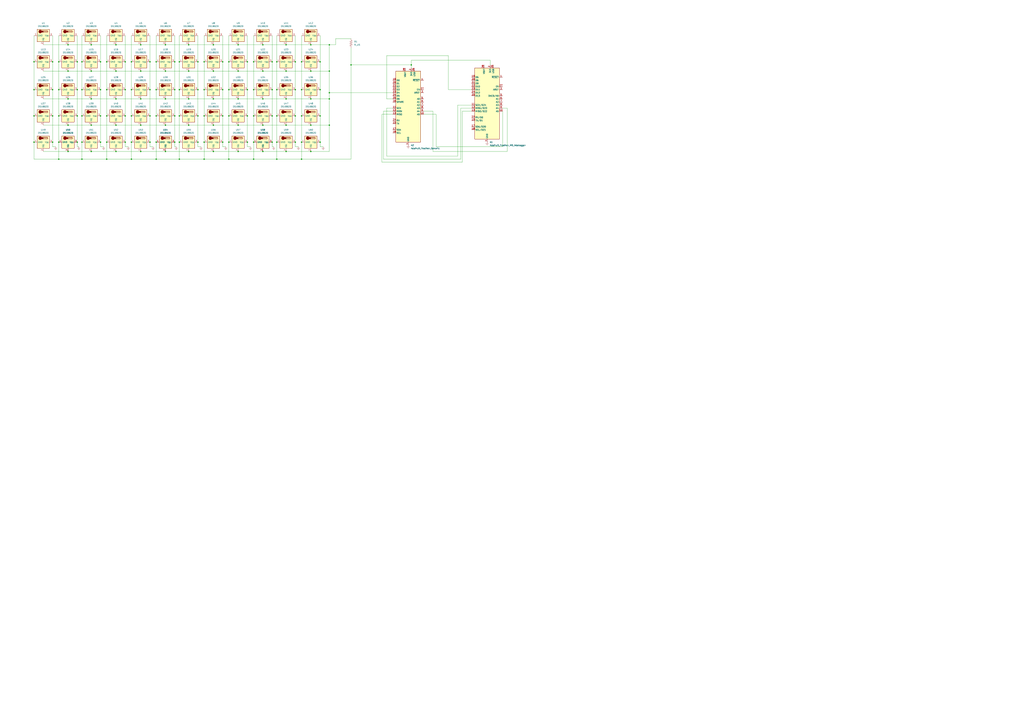
<source format=kicad_sch>
(kicad_sch (version 20230121) (generator eeschema)
  (paper "A1")
  (lib_symbols
    (symbol "Device:R_US" (pin_numbers hide) (pin_names (offset 0))
      (property "Reference" "R" (at 2.54 0 90))
      (property "Value" "R_US" (at -2.54 0 90))
      (symbol "R_US_0_1"
        (polyline (pts (xy 0 -2.286) (xy 0 -2.54)))
        (polyline (pts (xy 0 2.286) (xy 0 2.54)))
        (polyline (pts (xy 0 -0.762) (xy 1.016 -1.143) (xy 0 -1.524) (xy -1.016 -1.905) (xy 0 -2.286)))
        (polyline (pts (xy 0 0.762) (xy 1.016 0.381) (xy 0 0) (xy -1.016 -0.381) (xy 0 -0.762)))
        (polyline (pts (xy 0 2.286) (xy 1.016 1.905) (xy 0 1.524) (xy -1.016 1.143) (xy 0 0.762)))
      )
      (symbol "R_US_1_1"
        (pin passive line (at 0 3.81 270) (length 1.27) (name "~") (number "1"))
        (pin passive line (at 0 -3.81 90) (length 1.27) (name "~") (number "2"))
      )
    )
    (symbol "MCU_Module:Adafruit_Feather_Generic"
      (property "Reference" "A" (at -10.16 29.21 0))
      (property "Value" "Adafruit_Feather_Generic" (at 2.54 -31.75 0))
      (symbol "Adafruit_Feather_Generic_0_1"
        (rectangle (start -10.16 27.94) (end 10.16 -30.48) (stroke (width 0.254)) (fill (type background)))
      )
      (symbol "Adafruit_Feather_Generic_1_1"
        (pin input line (at 12.7 20.32 180) (length 2.54) (name "~{RESET}") (number "1"))
        (pin bidirectional line (at 12.7 -7.62 180) (length 2.54) (name "A5") (number "10"))
        (pin bidirectional line (at -12.7 -2.54 0) (length 2.54) (name "SCK") (number "11"))
        (pin bidirectional line (at -12.7 -5.08 0) (length 2.54) (name "MOSI") (number "12"))
        (pin bidirectional line (at -12.7 -7.62 0) (length 2.54) (name "MISO") (number "13"))
        (pin bidirectional line (at -12.7 -12.7 0) (length 2.54) (name "RX") (number "14"))
        (pin bidirectional line (at -12.7 -15.24 0) (length 2.54) (name "TX") (number "15"))
        (pin bidirectional line (at -12.7 2.54 0) (length 2.54) (name "SPARE") (number "16"))
        (pin bidirectional line (at -12.7 -20.32 0) (length 2.54) (name "SDA") (number "17"))
        (pin bidirectional line (at -12.7 -22.86 0) (length 2.54) (name "SCL") (number "18"))
        (pin bidirectional line (at -12.7 20.32 0) (length 2.54) (name "D0") (number "19"))
        (pin power_in line (at 2.54 30.48 270) (length 2.54) (name "3V3") (number "2"))
        (pin bidirectional line (at -12.7 17.78 0) (length 2.54) (name "D1") (number "20"))
        (pin bidirectional line (at -12.7 15.24 0) (length 2.54) (name "D2") (number "21"))
        (pin bidirectional line (at -12.7 12.7 0) (length 2.54) (name "D3") (number "22"))
        (pin bidirectional line (at -12.7 10.16 0) (length 2.54) (name "D4") (number "23"))
        (pin bidirectional line (at -12.7 7.62 0) (length 2.54) (name "D5") (number "24"))
        (pin bidirectional line (at -12.7 5.08 0) (length 2.54) (name "D6") (number "25"))
        (pin power_in line (at 5.08 30.48 270) (length 2.54) (name "USB") (number "26"))
        (pin input line (at 12.7 12.7 180) (length 2.54) (name "EN") (number "27"))
        (pin power_in line (at -2.54 30.48 270) (length 2.54) (name "VBAT") (number "28"))
        (pin input line (at 12.7 10.16 180) (length 2.54) (name "AREF") (number "3"))
        (pin power_in line (at 0 -33.02 90) (length 2.54) (name "GND") (number "4"))
        (pin bidirectional line (at 12.7 5.08 180) (length 2.54) (name "A0") (number "5"))
        (pin bidirectional line (at 12.7 2.54 180) (length 2.54) (name "A1") (number "6"))
        (pin bidirectional line (at 12.7 0 180) (length 2.54) (name "A2") (number "7"))
        (pin bidirectional line (at 12.7 -2.54 180) (length 2.54) (name "A3") (number "8"))
        (pin bidirectional line (at 12.7 -5.08 180) (length 2.54) (name "A4") (number "9"))
      )
    )
    (symbol "MCU_Module:Adafruit_Feather_M0_Adalogger"
      (property "Reference" "A" (at -10.16 29.21 0))
      (property "Value" "Adafruit_Feather_M0_Adalogger" (at 2.54 -31.75 0))
      (symbol "Adafruit_Feather_M0_Adalogger_0_1"
        (rectangle (start -10.16 27.94) (end 10.16 -30.48) (stroke (width 0.254)) (fill (type background)))
      )
      (symbol "Adafruit_Feather_M0_Adalogger_1_1"
        (pin input line (at 12.7 20.32 180) (length 2.54) (name "~{RESET}") (number "1"))
        (pin bidirectional line (at 12.7 -7.62 180) (length 2.54) (name "A5") (number "10"))
        (pin bidirectional line (at -12.7 -2.54 0) (length 2.54) (name "SCK/D24") (number "11"))
        (pin bidirectional line (at -12.7 -5.08 0) (length 2.54) (name "MOSI/D23") (number "12"))
        (pin bidirectional line (at -12.7 -7.62 0) (length 2.54) (name "MISO/D22") (number "13"))
        (pin bidirectional line (at -12.7 -12.7 0) (length 2.54) (name "RX/D0") (number "14"))
        (pin bidirectional line (at -12.7 -15.24 0) (length 2.54) (name "TX/D1") (number "15"))
        (pin passive line (at 0 -33.02 90) (length 2.54) hide (name "GND") (number "16"))
        (pin bidirectional line (at -12.7 -20.32 0) (length 2.54) (name "SDA/D20") (number "17"))
        (pin bidirectional line (at -12.7 -22.86 0) (length 2.54) (name "SCL/D21") (number "18"))
        (pin bidirectional line (at -12.7 20.32 0) (length 2.54) (name "D5") (number "19"))
        (pin power_in line (at 2.54 30.48 270) (length 2.54) (name "3V3") (number "2"))
        (pin bidirectional line (at -12.7 17.78 0) (length 2.54) (name "D6") (number "20"))
        (pin bidirectional line (at -12.7 15.24 0) (length 2.54) (name "D9") (number "21"))
        (pin bidirectional line (at -12.7 12.7 0) (length 2.54) (name "D10") (number "22"))
        (pin bidirectional line (at -12.7 10.16 0) (length 2.54) (name "D11") (number "23"))
        (pin bidirectional line (at -12.7 7.62 0) (length 2.54) (name "D12") (number "24"))
        (pin bidirectional line (at -12.7 5.08 0) (length 2.54) (name "D13") (number "25"))
        (pin power_in line (at 5.08 30.48 270) (length 2.54) (name "USB") (number "26"))
        (pin input line (at 12.7 12.7 180) (length 2.54) (name "EN") (number "27"))
        (pin power_in line (at -2.54 30.48 270) (length 2.54) (name "VBAT") (number "28"))
        (pin input line (at 12.7 10.16 180) (length 2.54) (name "AREF") (number "3"))
        (pin power_in line (at 0 -33.02 90) (length 2.54) (name "GND") (number "4"))
        (pin bidirectional line (at 12.7 5.08 180) (length 2.54) (name "DAC0/A0") (number "5"))
        (pin bidirectional line (at 12.7 2.54 180) (length 2.54) (name "A1") (number "6"))
        (pin bidirectional line (at 12.7 0 180) (length 2.54) (name "A2") (number "7"))
        (pin bidirectional line (at 12.7 -2.54 180) (length 2.54) (name "A3") (number "8"))
        (pin bidirectional line (at 12.7 -5.08 180) (length 2.54) (name "A4") (number "9"))
      )
    )
    (symbol "Sensor_Temperature:DS18B20"
      (property "Reference" "U" (at -3.81 6.35 0))
      (property "Value" "DS18B20" (at 6.35 6.35 0))
      (symbol "DS18B20_0_1"
        (rectangle (start -5.08 5.08) (end 5.08 -5.08) (stroke (width 0.254)) (fill (type background)))
        (circle (center -3.302 -2.54) (radius 1.27) (stroke (width 0.254)) (fill (type outline)))
        (rectangle (start -2.667 -1.905) (end -3.937 0) (stroke (width 0.254)) (fill (type outline)))
        (arc (start -2.667 3.175) (mid -3.302 3.8073) (end -3.937 3.175) (stroke (width 0.254)))
        (polyline (pts (xy -3.937 0.635) (xy -3.302 0.635)) (stroke (width 0.254)))
        (polyline (pts (xy -3.937 1.27) (xy -3.302 1.27)) (stroke (width 0.254)))
        (polyline (pts (xy -3.937 1.905) (xy -3.302 1.905)) (stroke (width 0.254)))
        (polyline (pts (xy -3.937 2.54) (xy -3.302 2.54)) (stroke (width 0.254)))
        (polyline (pts (xy -3.937 3.175) (xy -3.937 0)) (stroke (width 0.254)))
        (polyline (pts (xy -3.937 3.175) (xy -3.302 3.175)) (stroke (width 0.254)))
        (polyline (pts (xy -2.667 3.175) (xy -2.667 0)) (stroke (width 0.254)))
      )
      (symbol "DS18B20_1_1"
        (pin power_in line (at 0 -7.62 90) (length 2.54) (name "GND") (number "1"))
        (pin bidirectional line (at 7.62 0 180) (length 2.54) (name "DQ") (number "2"))
        (pin power_in line (at 0 7.62 270) (length 2.54) (name "V_{DD}") (number "3"))
      )
    )
    (symbol "power:Earth" (power) (pin_names (offset 0))
      (symbol "Earth_0_1"
        (polyline (pts (xy -0.635 -1.905) (xy 0.635 -1.905)))
        (polyline (pts (xy -0.127 -2.54) (xy 0.127 -2.54)))
        (polyline (pts (xy 0 -1.27) (xy 0 0)))
        (polyline (pts (xy 1.27 -1.27) (xy -1.27 -1.27)))
      )
      (symbol "Earth_1_1"
        (pin power_in line (at 0 0 270) (length 0) hide (name "Earth") (number "1"))
      )
    )
  )
  (junction (at 154.94 81.28))
  (junction (at 128.27 73.66))
  (junction (at 143.51 95.25))
  (junction (at 227.33 73.66))
  (junction (at 242.57 95.25))
  (junction (at 234.95 58.42))
  (junction (at 95.25 81.28))
  (junction (at 234.95 81.28))
  (junction (at 115.57 81.28))
  (junction (at 67.31 73.66))
  (junction (at 95.25 102.87))
  (junction (at 195.58 58.42))
  (junction (at 55.88 124.46))
  (junction (at 270.51 76.2))
  (junction (at 187.96 95.25))
  (junction (at 227.33 95.25))
  (junction (at 262.89 73.66))
  (junction (at 175.26 81.28))
  (junction (at 247.65 50.8))
  (junction (at 175.26 36.83))
  (junction (at 215.9 102.87))
  (junction (at 147.32 73.66))
  (junction (at 187.96 116.84))
  (junction (at 55.88 81.28))
  (junction (at 337.82 53.34))
  (junction (at 227.33 50.8))
  (junction (at 27.94 50.8))
  (junction (at 187.96 130.81))
  (junction (at 135.89 81.28))
  (junction (at 63.5 116.84))
  (junction (at 147.32 130.81))
  (junction (at 87.63 95.25))
  (junction (at 223.52 95.25))
  (junction (at 208.28 95.25))
  (junction (at 262.89 95.25))
  (junction (at 67.31 95.25))
  (junction (at 107.95 73.66))
  (junction (at 147.32 50.8))
  (junction (at 123.19 73.66))
  (junction (at 63.5 73.66))
  (junction (at 223.52 116.84))
  (junction (at 87.63 73.66))
  (junction (at 74.93 81.28))
  (junction (at 255.27 58.42))
  (junction (at 48.26 73.66))
  (junction (at 255.27 124.46))
  (junction (at 154.94 58.42))
  (junction (at 55.88 58.42))
  (junction (at 135.89 102.87))
  (junction (at 48.26 130.81))
  (junction (at 123.19 50.8))
  (junction (at 208.28 50.8))
  (junction (at 255.27 81.28))
  (junction (at 74.93 102.87))
  (junction (at 195.58 81.28))
  (junction (at 74.93 58.42))
  (junction (at 147.32 116.84))
  (junction (at 203.2 50.8))
  (junction (at 255.27 102.87))
  (junction (at 203.2 73.66))
  (junction (at 107.95 95.25))
  (junction (at 288.29 53.34))
  (junction (at 242.57 116.84))
  (junction (at 128.27 50.8))
  (junction (at 162.56 116.84))
  (junction (at 234.95 124.46))
  (junction (at 195.58 36.83))
  (junction (at 247.65 130.81))
  (junction (at 187.96 73.66))
  (junction (at 67.31 50.8))
  (junction (at 175.26 102.87))
  (junction (at 63.5 95.25))
  (junction (at 227.33 116.84))
  (junction (at 48.26 95.25))
  (junction (at 215.9 124.46))
  (junction (at 154.94 102.87))
  (junction (at 82.55 50.8))
  (junction (at 87.63 116.84))
  (junction (at 167.64 50.8))
  (junction (at 167.64 116.84))
  (junction (at 242.57 50.8))
  (junction (at 102.87 73.66))
  (junction (at 115.57 102.87))
  (junction (at 208.28 116.84))
  (junction (at 128.27 95.25))
  (junction (at 87.63 130.81))
  (junction (at 135.89 124.46))
  (junction (at 102.87 50.8))
  (junction (at 215.9 81.28))
  (junction (at 175.26 58.42))
  (junction (at 162.56 73.66))
  (junction (at 48.26 50.8))
  (junction (at 143.51 116.84))
  (junction (at 154.94 36.83))
  (junction (at 255.27 36.83))
  (junction (at 234.95 102.87))
  (junction (at 128.27 130.81))
  (junction (at 43.18 73.66))
  (junction (at 208.28 130.81))
  (junction (at 262.89 50.8))
  (junction (at 270.51 81.28))
  (junction (at 95.25 36.83))
  (junction (at 247.65 73.66))
  (junction (at 27.94 116.84))
  (junction (at 167.64 130.81))
  (junction (at 123.19 95.25))
  (junction (at 135.89 36.83))
  (junction (at 82.55 73.66))
  (junction (at 43.18 116.84))
  (junction (at 102.87 116.84))
  (junction (at 215.9 36.83))
  (junction (at 147.32 95.25))
  (junction (at 182.88 95.25))
  (junction (at 123.19 116.84))
  (junction (at 247.65 95.25))
  (junction (at 82.55 116.84))
  (junction (at 182.88 73.66))
  (junction (at 223.52 73.66))
  (junction (at 242.57 73.66))
  (junction (at 115.57 58.42))
  (junction (at 167.64 73.66))
  (junction (at 143.51 50.8))
  (junction (at 102.87 95.25))
  (junction (at 167.64 95.25))
  (junction (at 95.25 124.46))
  (junction (at 115.57 36.83))
  (junction (at 107.95 116.84))
  (junction (at 234.95 36.83))
  (junction (at 270.51 58.42))
  (junction (at 43.18 50.8))
  (junction (at 208.28 73.66))
  (junction (at 223.52 50.8))
  (junction (at 187.96 50.8))
  (junction (at 182.88 50.8))
  (junction (at 87.63 50.8))
  (junction (at 82.55 95.25))
  (junction (at 95.25 58.42))
  (junction (at 270.51 36.83))
  (junction (at 107.95 50.8))
  (junction (at 270.51 102.87))
  (junction (at 74.93 124.46))
  (junction (at 154.94 124.46))
  (junction (at 175.26 124.46))
  (junction (at 48.26 116.84))
  (junction (at 162.56 95.25))
  (junction (at 143.51 73.66))
  (junction (at 182.88 116.84))
  (junction (at 203.2 95.25))
  (junction (at 215.9 58.42))
  (junction (at 162.56 50.8))
  (junction (at 247.65 116.84))
  (junction (at 227.33 130.81))
  (junction (at 27.94 73.66))
  (junction (at 115.57 124.46))
  (junction (at 27.94 95.25))
  (junction (at 55.88 36.83))
  (junction (at 67.31 116.84))
  (junction (at 262.89 116.84))
  (junction (at 74.93 36.83))
  (junction (at 135.89 58.42))
  (junction (at 55.88 102.87))
  (junction (at 107.95 130.81))
  (junction (at 195.58 124.46))
  (junction (at 63.5 50.8))
  (junction (at 128.27 116.84))
  (junction (at 195.58 102.87))
  (junction (at 43.18 95.25))
  (junction (at 67.31 130.81))
  (junction (at 203.2 116.84))
  (wire (pts (xy 337.82 49.53) (xy 402.59 49.53)))
  (wire (pts (xy 270.51 124.46) (xy 270.51 102.87)))
  (wire (pts (xy 255.27 124.46) (xy 270.51 124.46)))
  (wire (pts (xy 154.94 102.87) (xy 175.26 102.87)))
  (wire (pts (xy 82.55 116.84) (xy 82.55 120.65)))
  (wire (pts (xy 107.95 116.84) (xy 107.95 130.81)))
  (wire (pts (xy 128.27 29.21) (xy 128.27 50.8)))
  (wire (pts (xy 27.94 116.84) (xy 27.94 130.81)))
  (wire (pts (xy 143.51 116.84) (xy 143.51 120.65)))
  (wire (pts (xy 74.93 102.87) (xy 95.25 102.87)))
  (wire (pts (xy 107.95 130.81) (xy 87.63 130.81)))
  (wire (pts (xy 82.55 50.8) (xy 82.55 73.66)))
  (wire (pts (xy 195.58 124.46) (xy 215.9 124.46)))
  (wire (pts (xy 262.89 116.84) (xy 262.89 95.25)))
  (wire (pts (xy 195.58 81.28) (xy 215.9 81.28)))
  (wire (pts (xy 115.57 81.28) (xy 135.89 81.28)))
  (wire (pts (xy 87.63 95.25) (xy 87.63 116.84)))
  (wire (pts (xy 135.89 81.28) (xy 154.94 81.28)))
  (wire (pts (xy 147.32 116.84) (xy 147.32 130.81)))
  (wire (pts (xy 247.65 29.21) (xy 247.65 50.8)))
  (wire (pts (xy 368.3 45.72) (xy 317.5 45.72)))
  (wire (pts (xy 95.25 102.87) (xy 115.57 102.87)))
  (wire (pts (xy 288.29 53.34) (xy 288.29 130.81)))
  (wire (pts (xy 195.58 58.42) (xy 215.9 58.42)))
  (wire (pts (xy 208.28 50.8) (xy 208.28 73.66)))
  (wire (pts (xy 175.26 81.28) (xy 195.58 81.28)))
  (wire (pts (xy 43.18 95.25) (xy 43.18 116.84)))
  (wire (pts (xy 242.57 29.21) (xy 242.57 50.8)))
  (wire (pts (xy 123.19 50.8) (xy 123.19 73.66)))
  (wire (pts (xy 234.95 36.83) (xy 255.27 36.83)))
  (wire (pts (xy 234.95 124.46) (xy 255.27 124.46)))
  (wire (pts (xy 182.88 120.65) (xy 185.42 120.65)))
  (wire (pts (xy 187.96 95.25) (xy 187.96 116.84)))
  (wire (pts (xy 288.29 39.37) (xy 288.29 53.34)))
  (wire (pts (xy 223.52 73.66) (xy 223.52 95.25)))
  (wire (pts (xy 215.9 36.83) (xy 234.95 36.83)))
  (wire (pts (xy 95.25 124.46) (xy 115.57 124.46)))
  (wire (pts (xy 87.63 116.84) (xy 87.63 130.81)))
  (wire (pts (xy 314.96 91.44) (xy 322.58 91.44)))
  (wire (pts (xy 242.57 120.65) (xy 245.11 120.65)))
  (wire (pts (xy 123.19 29.21) (xy 123.19 50.8)))
  (wire (pts (xy 227.33 130.81) (xy 247.65 130.81)))
  (wire (pts (xy 317.5 81.28) (xy 322.58 81.28)))
  (wire (pts (xy 167.64 50.8) (xy 167.64 73.66)))
  (wire (pts (xy 67.31 73.66) (xy 67.31 95.25)))
  (wire (pts (xy 208.28 73.66) (xy 208.28 95.25)))
  (wire (pts (xy 208.28 29.21) (xy 208.28 50.8)))
  (wire (pts (xy 247.65 130.81) (xy 288.29 130.81)))
  (wire (pts (xy 234.95 58.42) (xy 255.27 58.42)))
  (wire (pts (xy 48.26 29.21) (xy 48.26 50.8)))
  (wire (pts (xy 67.31 116.84) (xy 67.31 130.81)))
  (wire (pts (xy 187.96 73.66) (xy 187.96 95.25)))
  (wire (pts (xy 187.96 29.21) (xy 187.96 50.8)))
  (wire (pts (xy 87.63 73.66) (xy 87.63 95.25)))
  (wire (pts (xy 275.59 31.75) (xy 288.29 31.75)))
  (wire (pts (xy 147.32 130.81) (xy 128.27 130.81)))
  (wire (pts (xy 115.57 58.42) (xy 135.89 58.42)))
  (wire (pts (xy 87.63 50.8) (xy 87.63 73.66)))
  (wire (pts (xy 402.59 49.53) (xy 402.59 53.34)))
  (wire (pts (xy 35.56 36.83) (xy 55.88 36.83)))
  (wire (pts (xy 154.94 36.83) (xy 175.26 36.83)))
  (wire (pts (xy 182.88 116.84) (xy 182.88 120.65)))
  (wire (pts (xy 135.89 36.83) (xy 154.94 36.83)))
  (wire (pts (xy 82.55 29.21) (xy 82.55 50.8)))
  (wire (pts (xy 262.89 120.65) (xy 262.89 116.84)))
  (wire (pts (xy 247.65 50.8) (xy 247.65 73.66)))
  (wire (pts (xy 317.5 128.27) (xy 317.5 88.9)))
  (wire (pts (xy 368.3 73.66) (xy 368.3 45.72)))
  (wire (pts (xy 355.6 91.44) (xy 347.98 91.44)))
  (wire (pts (xy 128.27 95.25) (xy 128.27 116.84)))
  (wire (pts (xy 63.5 50.8) (xy 63.5 73.66)))
  (wire (pts (xy 147.32 95.25) (xy 147.32 116.84)))
  (wire (pts (xy 255.27 58.42) (xy 270.51 58.42)))
  (wire (pts (xy 208.28 116.84) (xy 208.28 130.81)))
  (wire (pts (xy 123.19 95.25) (xy 123.19 116.84)))
  (wire (pts (xy 102.87 29.21) (xy 102.87 50.8)))
  (wire (pts (xy 154.94 124.46) (xy 175.26 124.46)))
  (wire (pts (xy 147.32 73.66) (xy 147.32 95.25)))
  (wire (pts (xy 27.94 95.25) (xy 27.94 116.84)))
  (wire (pts (xy 337.82 53.34) (xy 337.82 49.53)))
  (wire (pts (xy 115.57 124.46) (xy 135.89 124.46)))
  (wire (pts (xy 387.35 91.44) (xy 379.73 91.44)))
  (wire (pts (xy 337.82 55.88) (xy 337.82 53.34)))
  (wire (pts (xy 358.14 120.65) (xy 358.14 93.98)))
  (wire (pts (xy 223.52 29.21) (xy 223.52 50.8)))
  (wire (pts (xy 375.92 128.27) (xy 317.5 128.27)))
  (wire (pts (xy 74.93 124.46) (xy 95.25 124.46)))
  (wire (pts (xy 102.87 73.66) (xy 102.87 95.25)))
  (wire (pts (xy 143.51 29.21) (xy 143.51 50.8)))
  (wire (pts (xy 387.35 86.36) (xy 375.92 86.36)))
  (wire (pts (xy 67.31 50.8) (xy 67.31 73.66)))
  (wire (pts (xy 162.56 95.25) (xy 162.56 116.84)))
  (wire (pts (xy 82.55 120.65) (xy 85.09 120.65)))
  (wire (pts (xy 242.57 116.84) (xy 242.57 120.65)))
  (wire (pts (xy 27.94 73.66) (xy 27.94 95.25)))
  (wire (pts (xy 317.5 88.9) (xy 322.58 88.9)))
  (wire (pts (xy 167.64 95.25) (xy 167.64 116.84)))
  (wire (pts (xy 55.88 36.83) (xy 74.93 36.83)))
  (wire (pts (xy 387.35 73.66) (xy 368.3 73.66)))
  (wire (pts (xy 167.64 29.21) (xy 167.64 50.8)))
  (wire (pts (xy 187.96 50.8) (xy 187.96 73.66)))
  (wire (pts (xy 270.51 36.83) (xy 275.59 36.83)))
  (wire (pts (xy 48.26 130.81) (xy 27.94 130.81)))
  (wire (pts (xy 143.51 95.25) (xy 143.51 116.84)))
  (wire (pts (xy 255.27 36.83) (xy 270.51 36.83)))
  (wire (pts (xy 270.51 81.28) (xy 270.51 76.2)))
  (wire (pts (xy 48.26 95.25) (xy 48.26 116.84)))
  (wire (pts (xy 167.64 116.84) (xy 167.64 130.81)))
  (wire (pts (xy 270.51 76.2) (xy 322.58 76.2)))
  (wire (pts (xy 115.57 36.83) (xy 135.89 36.83)))
  (wire (pts (xy 262.89 50.8) (xy 262.89 29.21)))
  (wire (pts (xy 63.5 95.25) (xy 63.5 116.84)))
  (wire (pts (xy 107.95 29.21) (xy 107.95 50.8)))
  (wire (pts (xy 74.93 81.28) (xy 95.25 81.28)))
  (wire (pts (xy 115.57 102.87) (xy 135.89 102.87)))
  (wire (pts (xy 387.35 88.9) (xy 378.46 88.9)))
  (wire (pts (xy 154.94 81.28) (xy 175.26 81.28)))
  (wire (pts (xy 234.95 102.87) (xy 255.27 102.87)))
  (wire (pts (xy 63.5 116.84) (xy 63.5 120.65)))
  (wire (pts (xy 358.14 93.98) (xy 347.98 93.98)))
  (wire (pts (xy 74.93 36.83) (xy 95.25 36.83)))
  (wire (pts (xy 128.27 130.81) (xy 107.95 130.81)))
  (wire (pts (xy 35.56 102.87) (xy 55.88 102.87)))
  (wire (pts (xy 262.89 73.66) (xy 262.89 50.8)))
  (wire (pts (xy 275.59 36.83) (xy 275.59 31.75)))
  (wire (pts (xy 123.19 73.66) (xy 123.19 95.25)))
  (wire (pts (xy 182.88 29.21) (xy 182.88 50.8)))
  (wire (pts (xy 182.88 50.8) (xy 182.88 73.66)))
  (wire (pts (xy 48.26 50.8) (xy 48.26 73.66)))
  (wire (pts (xy 63.5 73.66) (xy 63.5 95.25)))
  (wire (pts (xy 262.89 95.25) (xy 262.89 73.66)))
  (wire (pts (xy 143.51 50.8) (xy 143.51 73.66)))
  (wire (pts (xy 167.64 130.81) (xy 147.32 130.81)))
  (wire (pts (xy 55.88 102.87) (xy 74.93 102.87)))
  (wire (pts (xy 227.33 73.66) (xy 227.33 95.25)))
  (wire (pts (xy 48.26 116.84) (xy 48.26 130.81)))
  (wire (pts (xy 87.63 29.21) (xy 87.63 50.8)))
  (wire (pts (xy 378.46 88.9) (xy 378.46 130.81)))
  (wire (pts (xy 43.18 73.66) (xy 43.18 95.25)))
  (wire (pts (xy 203.2 116.84) (xy 203.2 120.65)))
  (wire (pts (xy 95.25 36.83) (xy 115.57 36.83)))
  (wire (pts (xy 67.31 130.81) (xy 48.26 130.81)))
  (wire (pts (xy 203.2 95.25) (xy 203.2 116.84)))
  (wire (pts (xy 107.95 73.66) (xy 107.95 95.25)))
  (wire (pts (xy 337.82 53.34) (xy 288.29 53.34)))
  (wire (pts (xy 242.57 73.66) (xy 242.57 95.25)))
  (wire (pts (xy 227.33 29.21) (xy 227.33 50.8)))
  (wire (pts (xy 67.31 95.25) (xy 67.31 116.84)))
  (wire (pts (xy 102.87 50.8) (xy 102.87 73.66)))
  (wire (pts (xy 223.52 50.8) (xy 223.52 73.66)))
  (wire (pts (xy 255.27 102.87) (xy 270.51 102.87)))
  (wire (pts (xy 143.51 73.66) (xy 143.51 95.25)))
  (wire (pts (xy 175.26 124.46) (xy 195.58 124.46)))
  (wire (pts (xy 247.65 73.66) (xy 247.65 95.25)))
  (wire (pts (xy 128.27 116.84) (xy 128.27 130.81)))
  (wire (pts (xy 63.5 29.21) (xy 63.5 50.8)))
  (wire (pts (xy 162.56 116.84) (xy 162.56 120.65)))
  (wire (pts (xy 313.69 133.35) (xy 313.69 93.98)))
  (wire (pts (xy 162.56 73.66) (xy 162.56 95.25)))
  (wire (pts (xy 379.73 91.44) (xy 379.73 133.35)))
  (wire (pts (xy 128.27 50.8) (xy 128.27 73.66)))
  (wire (pts (xy 162.56 50.8) (xy 162.56 73.66)))
  (wire (pts (xy 87.63 130.81) (xy 67.31 130.81)))
  (wire (pts (xy 416.56 88.9) (xy 416.56 124.46)))
  (wire (pts (xy 135.89 102.87) (xy 154.94 102.87)))
  (wire (pts (xy 265.43 120.65) (xy 262.89 120.65)))
  (wire (pts (xy 43.18 50.8) (xy 43.18 73.66)))
  (wire (pts (xy 35.56 58.42) (xy 55.88 58.42)))
  (wire (pts (xy 247.65 95.25) (xy 247.65 116.84)))
  (wire (pts (xy 227.33 116.84) (xy 227.33 130.81)))
  (wire (pts (xy 55.88 124.46) (xy 74.93 124.46)))
  (wire (pts (xy 147.32 29.21) (xy 147.32 50.8)))
  (wire (pts (xy 128.27 73.66) (xy 128.27 95.25)))
  (wire (pts (xy 215.9 58.42) (xy 234.95 58.42)))
  (wire (pts (xy 223.52 120.65) (xy 224.79 120.65)))
  (wire (pts (xy 27.94 50.8) (xy 27.94 73.66)))
  (wire (pts (xy 107.95 95.25) (xy 107.95 116.84)))
  (wire (pts (xy 416.56 124.46) (xy 355.6 124.46)))
  (wire (pts (xy 43.18 116.84) (xy 43.18 120.65)))
  (wire (pts (xy 223.52 116.84) (xy 223.52 120.65)))
  (wire (pts (xy 35.56 81.28) (xy 55.88 81.28)))
  (wire (pts (xy 208.28 95.25) (xy 208.28 116.84)))
  (wire (pts (xy 187.96 116.84) (xy 187.96 130.81)))
  (wire (pts (xy 227.33 95.25) (xy 227.33 116.84)))
  (wire (pts (xy 82.55 73.66) (xy 82.55 95.25)))
  (wire (pts (xy 412.75 91.44) (xy 412.75 120.65)))
  (wire (pts (xy 102.87 116.84) (xy 102.87 120.65)))
  (wire (pts (xy 182.88 95.25) (xy 182.88 116.84)))
  (wire (pts (xy 313.69 93.98) (xy 322.58 93.98)))
  (wire (pts (xy 242.57 50.8) (xy 242.57 73.66)))
  (wire (pts (xy 378.46 130.81) (xy 314.96 130.81)))
  (wire (pts (xy 162.56 120.65) (xy 165.1 120.65)))
  (wire (pts (xy 234.95 81.28) (xy 255.27 81.28)))
  (wire (pts (xy 123.19 120.65) (xy 125.73 120.65)))
  (wire (pts (xy 203.2 120.65) (xy 205.74 120.65)))
  (wire (pts (xy 27.94 29.21) (xy 27.94 50.8)))
  (wire (pts (xy 227.33 130.81) (xy 208.28 130.81)))
  (wire (pts (xy 255.27 81.28) (xy 270.51 81.28)))
  (wire (pts (xy 67.31 29.21) (xy 67.31 50.8)))
  (wire (pts (xy 143.51 120.65) (xy 144.78 120.65)))
  (wire (pts (xy 154.94 58.42) (xy 175.26 58.42)))
  (wire (pts (xy 270.51 58.42) (xy 270.51 36.83)))
  (wire (pts (xy 195.58 36.83) (xy 215.9 36.83)))
  (wire (pts (xy 247.65 116.84) (xy 247.65 130.81)))
  (wire (pts (xy 63.5 120.65) (xy 64.77 120.65)))
  (wire (pts (xy 215.9 124.46) (xy 234.95 124.46)))
  (wire (pts (xy 195.58 102.87) (xy 215.9 102.87)))
  (wire (pts (xy 314.96 130.81) (xy 314.96 91.44)))
  (wire (pts (xy 175.26 58.42) (xy 195.58 58.42)))
  (wire (pts (xy 74.93 58.42) (xy 95.25 58.42)))
  (wire (pts (xy 203.2 50.8) (xy 203.2 73.66)))
  (wire (pts (xy 270.51 102.87) (xy 270.51 81.28)))
  (wire (pts (xy 208.28 130.81) (xy 187.96 130.81)))
  (wire (pts (xy 270.51 76.2) (xy 270.51 58.42)))
  (wire (pts (xy 123.19 116.84) (xy 123.19 120.65)))
  (wire (pts (xy 55.88 58.42) (xy 74.93 58.42)))
  (wire (pts (xy 317.5 45.72) (xy 317.5 81.28)))
  (wire (pts (xy 102.87 120.65) (xy 105.41 120.65)))
  (wire (pts (xy 215.9 102.87) (xy 234.95 102.87)))
  (wire (pts (xy 203.2 73.66) (xy 203.2 95.25)))
  (wire (pts (xy 227.33 50.8) (xy 227.33 73.66)))
  (wire (pts (xy 135.89 58.42) (xy 154.94 58.42)))
  (wire (pts (xy 167.64 73.66) (xy 167.64 95.25)))
  (wire (pts (xy 412.75 120.65) (xy 358.14 120.65)))
  (wire (pts (xy 55.88 81.28) (xy 74.93 81.28)))
  (wire (pts (xy 95.25 58.42) (xy 115.57 58.42)))
  (wire (pts (xy 175.26 36.83) (xy 195.58 36.83)))
  (wire (pts (xy 135.89 124.46) (xy 154.94 124.46)))
  (wire (pts (xy 162.56 29.21) (xy 162.56 50.8)))
  (wire (pts (xy 43.18 29.21) (xy 43.18 50.8)))
  (wire (pts (xy 203.2 29.21) (xy 203.2 50.8)))
  (wire (pts (xy 175.26 102.87) (xy 195.58 102.87)))
  (wire (pts (xy 242.57 95.25) (xy 242.57 116.84)))
  (wire (pts (xy 147.32 50.8) (xy 147.32 73.66)))
  (wire (pts (xy 412.75 88.9) (xy 416.56 88.9)))
  (wire (pts (xy 82.55 95.25) (xy 82.55 116.84)))
  (wire (pts (xy 35.56 124.46) (xy 55.88 124.46)))
  (wire (pts (xy 43.18 120.65) (xy 45.72 120.65)))
  (wire (pts (xy 379.73 133.35) (xy 313.69 133.35)))
  (wire (pts (xy 355.6 124.46) (xy 355.6 91.44)))
  (wire (pts (xy 187.96 130.81) (xy 167.64 130.81)))
  (wire (pts (xy 107.95 50.8) (xy 107.95 73.66)))
  (wire (pts (xy 375.92 86.36) (xy 375.92 128.27)))
  (wire (pts (xy 95.25 81.28) (xy 115.57 81.28)))
  (wire (pts (xy 182.88 73.66) (xy 182.88 95.25)))
  (wire (pts (xy 48.26 73.66) (xy 48.26 95.25)))
  (wire (pts (xy 215.9 81.28) (xy 234.95 81.28)))
  (wire (pts (xy 223.52 95.25) (xy 223.52 116.84)))
  (wire (pts (xy 102.87 95.25) (xy 102.87 116.84)))
  (symbol (lib_id "Sensor_Temperature:DS18B20") (at 175.26 95.25 270) (unit 1)
    (property "Reference" "U44" (at 175.26 85.09 90))
    (property "Value" "DS18B20" (at 175.26 87.63 90))
    (property "Footprint" "Package_TO_SOT_THT:TO-92_Inline" (effects hide))
    (property "Datasheet" "http://datasheets.maximintegrated.com/en/ds/DS18B20.pdf" (effects hide))
  )
  (symbol (lib_id "Sensor_Temperature:DS18B20") (at 154.94 95.25 270) (unit 1)
    (property "Reference" "U43" (at 154.94 85.09 90))
    (property "Value" "DS18B20" (at 154.94 87.63 90))
    (property "Footprint" "Package_TO_SOT_THT:TO-92_Inline" (effects hide))
    (property "Datasheet" "http://datasheets.maximintegrated.com/en/ds/DS18B20.pdf" (effects hide))
  )
  (symbol (lib_id "Sensor_Temperature:DS18B20") (at 175.26 50.8 270) (unit 1)
    (property "Reference" "U20" (at 175.26 40.64 90))
    (property "Value" "DS18B20" (at 175.26 43.18 90))
    (property "Footprint" "Package_TO_SOT_THT:TO-92_Inline" (effects hide))
    (property "Datasheet" "http://datasheets.maximintegrated.com/en/ds/DS18B20.pdf" (effects hide))
  )
  (symbol (lib_id "Sensor_Temperature:DS18B20") (at 215.9 116.84 270) (unit 1)
    (property "Reference" "U58" (at 215.9 106.68 90))
    (property "Value" "DS18B20" (at 215.9 109.22 90))
    (property "Footprint" "Package_TO_SOT_THT:TO-92_Inline" (effects hide))
    (property "Datasheet" "http://datasheets.maximintegrated.com/en/ds/DS18B20.pdf" (effects hide))
  )
  (symbol (lib_id "Sensor_Temperature:DS18B20") (at 55.88 50.8 270) (unit 1)
    (property "Reference" "U14" (at 55.88 40.64 90))
    (property "Value" "DS18B20" (at 55.88 43.18 90))
    (property "Footprint" "Package_TO_SOT_THT:TO-92_Inline" (effects hide))
    (property "Datasheet" "http://datasheets.maximintegrated.com/en/ds/DS18B20.pdf" (effects hide))
  )
  (symbol (lib_id "power:Earth") (at 185.42 120.65 0) (unit 1)
    (property "Reference" "#PWR07" (effects hide))
    (property "Value" "Earth" (effects hide))
  )
  (symbol (lib_id "Sensor_Temperature:DS18B20") (at 55.88 29.21 270) (unit 1)
    (property "Reference" "U2" (at 55.88 19.05 90))
    (property "Value" "DS18B20" (at 55.88 21.59 90))
    (property "Footprint" "Package_TO_SOT_THT:TO-92_Inline" (effects hide))
    (property "Datasheet" "http://datasheets.maximintegrated.com/en/ds/DS18B20.pdf" (effects hide))
  )
  (symbol (lib_id "Sensor_Temperature:DS18B20") (at 135.89 95.25 270) (unit 1)
    (property "Reference" "U42" (at 135.89 85.09 90))
    (property "Value" "DS18B20" (at 135.89 87.63 90))
    (property "Footprint" "1_my_custom_symbol_library:DS18B20 Connector" (effects hide))
    (property "Datasheet" "http://datasheets.maximintegrated.com/en/ds/DS18B20.pdf" (effects hide))
  )
  (symbol (lib_id "Sensor_Temperature:DS18B20") (at 74.93 73.66 270) (unit 1)
    (property "Reference" "U27" (at 74.93 63.5 90))
    (property "Value" "DS18B20" (at 74.93 66.04 90))
    (property "Footprint" "Package_TO_SOT_THT:TO-92_Inline" (effects hide))
    (property "Datasheet" "http://datasheets.maximintegrated.com/en/ds/DS18B20.pdf" (effects hide))
  )
  (symbol (lib_id "Device:R_US") (at 288.29 35.56 0) (unit 1)
    (property "Reference" "R1" (at 290.83 34.29 0) (effects (justify left)))
    (property "Value" "R_US" (at 290.83 36.83 0) (effects (justify left)))
    (property "Footprint" "Resistor_THT:R_Axial_DIN0614_L14.3mm_D5.7mm_P25.40mm_Horizontal" (effects hide))
  )
  (symbol (lib_id "Sensor_Temperature:DS18B20") (at 74.93 95.25 270) (unit 1)
    (property "Reference" "U39" (at 74.93 85.09 90))
    (property "Value" "DS18B20" (at 74.93 87.63 90))
    (property "Footprint" "Package_TO_SOT_THT:TO-92_Inline" (effects hide))
    (property "Datasheet" "http://datasheets.maximintegrated.com/en/ds/DS18B20.pdf" (effects hide))
  )
  (symbol (lib_id "Sensor_Temperature:DS18B20") (at 55.88 73.66 270) (unit 1)
    (property "Reference" "U26" (at 55.88 63.5 90))
    (property "Value" "DS18B20" (at 55.88 66.04 90))
    (property "Footprint" "Package_TO_SOT_THT:TO-92_Inline" (effects hide))
    (property "Datasheet" "http://datasheets.maximintegrated.com/en/ds/DS18B20.pdf" (effects hide))
  )
  (symbol (lib_id "Sensor_Temperature:DS18B20") (at 35.56 116.84 270) (unit 1)
    (property "Reference" "U49" (at 35.56 106.68 90))
    (property "Value" "DS18B20" (at 35.56 109.22 90))
    (property "Footprint" "Package_TO_SOT_THT:TO-92_Inline" (effects hide))
    (property "Datasheet" "http://datasheets.maximintegrated.com/en/ds/DS18B20.pdf" (effects hide))
  )
  (symbol (lib_id "Sensor_Temperature:DS18B20") (at 154.94 116.84 270) (unit 1)
    (property "Reference" "U55" (at 154.94 106.68 90))
    (property "Value" "DS18B20" (at 154.94 109.22 90))
    (property "Footprint" "Package_TO_SOT_THT:TO-92_Inline" (effects hide))
    (property "Datasheet" "http://datasheets.maximintegrated.com/en/ds/DS18B20.pdf" (effects hide))
  )
  (symbol (lib_id "Sensor_Temperature:DS18B20") (at 255.27 29.21 270) (unit 1)
    (property "Reference" "U12" (at 255.27 19.05 90))
    (property "Value" "DS18B20" (at 255.27 21.59 90))
    (property "Footprint" "Package_TO_SOT_THT:TO-92_Inline" (effects hide))
    (property "Datasheet" "http://datasheets.maximintegrated.com/en/ds/DS18B20.pdf" (effects hide))
  )
  (symbol (lib_id "Sensor_Temperature:DS18B20") (at 135.89 50.8 270) (unit 1)
    (property "Reference" "U18" (at 135.89 40.64 90))
    (property "Value" "DS18B20" (at 135.89 43.18 90))
    (property "Footprint" "Package_TO_SOT_THT:TO-92_Inline" (effects hide))
    (property "Datasheet" "http://datasheets.maximintegrated.com/en/ds/DS18B20.pdf" (effects hide))
  )
  (symbol (lib_id "Sensor_Temperature:DS18B20") (at 95.25 50.8 270) (unit 1)
    (property "Reference" "U16" (at 95.25 40.64 90))
    (property "Value" "DS18B20" (at 95.25 43.18 90))
    (property "Footprint" "Package_TO_SOT_THT:TO-92_Inline" (effects hide))
    (property "Datasheet" "http://datasheets.maximintegrated.com/en/ds/DS18B20.pdf" (effects hide))
  )
  (symbol (lib_id "Sensor_Temperature:DS18B20") (at 135.89 73.66 270) (unit 1)
    (property "Reference" "U30" (at 135.89 63.5 90))
    (property "Value" "DS18B20" (at 135.89 66.04 90))
    (property "Footprint" "Package_TO_SOT_THT:TO-92_Inline" (effects hide))
    (property "Datasheet" "http://datasheets.maximintegrated.com/en/ds/DS18B20.pdf" (effects hide))
  )
  (symbol (lib_id "Sensor_Temperature:DS18B20") (at 35.56 95.25 270) (unit 1)
    (property "Reference" "U37" (at 35.56 85.09 90))
    (property "Value" "DS18B20" (at 35.56 87.63 90))
    (property "Footprint" "Package_TO_SOT_THT:TO-92_Inline" (effects hide))
    (property "Datasheet" "http://datasheets.maximintegrated.com/en/ds/DS18B20.pdf" (effects hide))
  )
  (symbol (lib_id "Sensor_Temperature:DS18B20") (at 234.95 50.8 270) (unit 1)
    (property "Reference" "U23" (at 234.95 40.64 90))
    (property "Value" "DS18B20" (at 234.95 43.18 90))
    (property "Footprint" "Package_TO_SOT_THT:TO-92_Inline" (effects hide))
    (property "Datasheet" "http://datasheets.maximintegrated.com/en/ds/DS18B20.pdf" (effects hide))
  )
  (symbol (lib_id "Sensor_Temperature:DS18B20") (at 95.25 95.25 270) (unit 1)
    (property "Reference" "U40" (at 95.25 85.09 90))
    (property "Value" "DS18B20" (at 95.25 87.63 90))
    (property "Footprint" "Package_TO_SOT_THT:TO-92_Inline" (effects hide))
    (property "Datasheet" "http://datasheets.maximintegrated.com/en/ds/DS18B20.pdf" (effects hide))
  )
  (symbol (lib_id "Sensor_Temperature:DS18B20") (at 55.88 116.84 270) (unit 1)
    (property "Reference" "U50" (at 55.88 106.68 90))
    (property "Value" "DS18B20" (at 55.88 109.22 90))
    (property "Footprint" "1_my_custom_symbol_library:DS18B20 Connector" (effects hide))
    (property "Datasheet" "http://datasheets.maximintegrated.com/en/ds/DS18B20.pdf" (effects hide))
  )
  (symbol (lib_id "Sensor_Temperature:DS18B20") (at 115.57 50.8 270) (unit 1)
    (property "Reference" "U17" (at 115.57 40.64 90))
    (property "Value" "DS18B20" (at 115.57 43.18 90))
    (property "Footprint" "Package_TO_SOT_THT:TO-92_Inline" (effects hide))
    (property "Datasheet" "http://datasheets.maximintegrated.com/en/ds/DS18B20.pdf" (effects hide))
  )
  (symbol (lib_id "Sensor_Temperature:DS18B20") (at 255.27 95.25 270) (unit 1)
    (property "Reference" "U48" (at 255.27 85.09 90))
    (property "Value" "DS18B20" (at 255.27 87.63 90))
    (property "Footprint" "Package_TO_SOT_THT:TO-92_Inline" (effects hide))
    (property "Datasheet" "http://datasheets.maximintegrated.com/en/ds/DS18B20.pdf" (effects hide))
  )
  (symbol (lib_id "Sensor_Temperature:DS18B20") (at 74.93 50.8 270) (unit 1)
    (property "Reference" "U15" (at 74.93 40.64 90))
    (property "Value" "DS18B20" (at 74.93 43.18 90))
    (property "Footprint" "Package_TO_SOT_THT:TO-92_Inline" (effects hide))
    (property "Datasheet" "http://datasheets.maximintegrated.com/en/ds/DS18B20.pdf" (effects hide))
  )
  (symbol (lib_id "Sensor_Temperature:DS18B20") (at 95.25 116.84 270) (unit 1)
    (property "Reference" "U52" (at 95.25 106.68 90))
    (property "Value" "DS18B20" (at 95.25 109.22 90))
    (property "Footprint" "Package_TO_SOT_THT:TO-92_Inline" (effects hide))
    (property "Datasheet" "http://datasheets.maximintegrated.com/en/ds/DS18B20.pdf" (effects hide))
  )
  (symbol (lib_id "Sensor_Temperature:DS18B20") (at 234.95 73.66 270) (unit 1)
    (property "Reference" "U35" (at 234.95 63.5 90))
    (property "Value" "DS18B20" (at 234.95 66.04 90))
    (property "Footprint" "Package_TO_SOT_THT:TO-92_Inline" (effects hide))
    (property "Datasheet" "http://datasheets.maximintegrated.com/en/ds/DS18B20.pdf" (effects hide))
  )
  (symbol (lib_id "Sensor_Temperature:DS18B20") (at 74.93 29.21 270) (unit 1)
    (property "Reference" "U3" (at 74.93 19.05 90))
    (property "Value" "DS18B20" (at 74.93 21.59 90))
    (property "Footprint" "Package_TO_SOT_THT:TO-92_Inline" (effects hide))
    (property "Datasheet" "http://datasheets.maximintegrated.com/en/ds/DS18B20.pdf" (effects hide))
  )
  (symbol (lib_id "MCU_Module:Adafruit_Feather_Generic") (at 335.28 86.36 0) (unit 1)
    (property "Reference" "A2" (at 337.4741 119.38 0) (effects (justify left)))
    (property "Value" "Adafruit_Feather_Generic" (at 337.4741 121.92 0) (effects (justify left)))
    (property "Footprint" "Module:Adafruit_Feather" (effects hide))
    (property "Datasheet" "https://cdn-learn.adafruit.com/downloads/pdf/adafruit-feather.pdf" (effects hide))
  )
  (symbol (lib_id "Sensor_Temperature:DS18B20") (at 35.56 50.8 270) (unit 1)
    (property "Reference" "U13" (at 35.56 40.64 90))
    (property "Value" "DS18B20" (at 35.56 43.18 90))
    (property "Footprint" "Package_TO_SOT_THT:TO-92_Inline" (effects hide))
    (property "Datasheet" "http://datasheets.maximintegrated.com/en/ds/DS18B20.pdf" (effects hide))
  )
  (symbol (lib_id "power:Earth") (at 224.79 120.65 0) (unit 1)
    (property "Reference" "#PWR09" (effects hide))
    (property "Value" "Earth" (effects hide))
  )
  (symbol (lib_id "Sensor_Temperature:DS18B20") (at 195.58 116.84 270) (unit 1)
    (property "Reference" "U57" (at 195.58 106.68 90))
    (property "Value" "DS18B20" (at 195.58 109.22 90))
    (property "Footprint" "Package_TO_SOT_THT:TO-92_Inline" (effects hide))
    (property "Datasheet" "http://datasheets.maximintegrated.com/en/ds/DS18B20.pdf" (effects hide))
  )
  (symbol (lib_id "Sensor_Temperature:DS18B20") (at 255.27 73.66 270) (unit 1)
    (property "Reference" "U36" (at 255.27 63.5 90))
    (property "Value" "DS18B20" (at 255.27 66.04 90))
    (property "Footprint" "Package_TO_SOT_THT:TO-92_Inline" (effects hide))
    (property "Datasheet" "http://datasheets.maximintegrated.com/en/ds/DS18B20.pdf" (effects hide))
  )
  (symbol (lib_id "Sensor_Temperature:DS18B20") (at 195.58 73.66 270) (unit 1)
    (property "Reference" "U33" (at 195.58 63.5 90))
    (property "Value" "DS18B20" (at 195.58 66.04 90))
    (property "Footprint" "Package_TO_SOT_THT:TO-92_Inline" (effects hide))
    (property "Datasheet" "http://datasheets.maximintegrated.com/en/ds/DS18B20.pdf" (effects hide))
  )
  (symbol (lib_id "Sensor_Temperature:DS18B20") (at 35.56 29.21 270) (unit 1)
    (property "Reference" "U1" (at 35.56 19.05 90))
    (property "Value" "DS18B20" (at 35.56 21.59 90))
    (property "Footprint" "Package_TO_SOT_THT:TO-92_Inline" (effects hide))
    (property "Datasheet" "http://datasheets.maximintegrated.com/en/ds/DS18B20.pdf" (effects hide))
  )
  (symbol (lib_id "Sensor_Temperature:DS18B20") (at 195.58 95.25 270) (unit 1)
    (property "Reference" "U45" (at 195.58 85.09 90))
    (property "Value" "DS18B20" (at 195.58 87.63 90))
    (property "Footprint" "Package_TO_SOT_THT:TO-92_Inline" (effects hide))
    (property "Datasheet" "http://datasheets.maximintegrated.com/en/ds/DS18B20.pdf" (effects hide))
  )
  (symbol (lib_id "Sensor_Temperature:DS18B20") (at 215.9 73.66 270) (unit 1)
    (property "Reference" "U34" (at 215.9 63.5 90))
    (property "Value" "DS18B20" (at 215.9 66.04 90))
    (property "Footprint" "Package_TO_SOT_THT:TO-92_Inline" (effects hide))
    (property "Datasheet" "http://datasheets.maximintegrated.com/en/ds/DS18B20.pdf" (effects hide))
  )
  (symbol (lib_id "Sensor_Temperature:DS18B20") (at 215.9 50.8 270) (unit 1)
    (property "Reference" "U22" (at 215.9 40.64 90))
    (property "Value" "DS18B20" (at 215.9 43.18 90))
    (property "Footprint" "Package_TO_SOT_THT:TO-92_Inline" (effects hide))
    (property "Datasheet" "http://datasheets.maximintegrated.com/en/ds/DS18B20.pdf" (effects hide))
  )
  (symbol (lib_id "power:Earth") (at 45.72 120.65 0) (unit 1)
    (property "Reference" "#PWR02" (effects hide))
    (property "Value" "Earth" (effects hide))
  )
  (symbol (lib_id "Sensor_Temperature:DS18B20") (at 154.94 73.66 270) (unit 1)
    (property "Reference" "U31" (at 154.94 63.5 90))
    (property "Value" "DS18B20" (at 154.94 66.04 90))
    (property "Footprint" "Package_TO_SOT_THT:TO-92_Inline" (effects hide))
    (property "Datasheet" "http://datasheets.maximintegrated.com/en/ds/DS18B20.pdf" (effects hide))
  )
  (symbol (lib_id "Sensor_Temperature:DS18B20") (at 175.26 29.21 270) (unit 1)
    (property "Reference" "U8" (at 175.26 19.05 90))
    (property "Value" "DS18B20" (at 175.26 21.59 90))
    (property "Footprint" "Package_TO_SOT_THT:TO-92_Inline" (effects hide))
    (property "Datasheet" "http://datasheets.maximintegrated.com/en/ds/DS18B20.pdf" (effects hide))
  )
  (symbol (lib_id "Sensor_Temperature:DS18B20") (at 175.26 73.66 270) (unit 1)
    (property "Reference" "U32" (at 175.26 63.5 90))
    (property "Value" "DS18B20" (at 175.26 66.04 90))
    (property "Footprint" "Package_TO_SOT_THT:TO-92_Inline" (effects hide))
    (property "Datasheet" "http://datasheets.maximintegrated.com/en/ds/DS18B20.pdf" (effects hide))
  )
  (symbol (lib_id "Sensor_Temperature:DS18B20") (at 154.94 50.8 270) (unit 1)
    (property "Reference" "U19" (at 154.94 40.64 90))
    (property "Value" "DS18B20" (at 154.94 43.18 90))
    (property "Footprint" "Package_TO_SOT_THT:TO-92_Inline" (effects hide))
    (property "Datasheet" "http://datasheets.maximintegrated.com/en/ds/DS18B20.pdf" (effects hide))
  )
  (symbol (lib_id "Sensor_Temperature:DS18B20") (at 195.58 29.21 270) (unit 1)
    (property "Reference" "U9" (at 195.58 19.05 90))
    (property "Value" "DS18B20" (at 195.58 21.59 90))
    (property "Footprint" "Package_TO_SOT_THT:TO-92_Inline" (effects hide))
    (property "Datasheet" "http://datasheets.maximintegrated.com/en/ds/DS18B20.pdf" (effects hide))
  )
  (symbol (lib_id "Sensor_Temperature:DS18B20") (at 154.94 29.21 270) (unit 1)
    (property "Reference" "U7" (at 154.94 19.05 90))
    (property "Value" "DS18B20" (at 154.94 21.59 90))
    (property "Footprint" "Package_TO_SOT_THT:TO-92_Inline" (effects hide))
    (property "Datasheet" "http://datasheets.maximintegrated.com/en/ds/DS18B20.pdf" (effects hide))
  )
  (symbol (lib_id "Sensor_Temperature:DS18B20") (at 115.57 73.66 270) (unit 1)
    (property "Reference" "U29" (at 115.57 63.5 90))
    (property "Value" "DS18B20" (at 115.57 66.04 90))
    (property "Footprint" "Package_TO_SOT_THT:TO-92_Inline" (effects hide))
    (property "Datasheet" "http://datasheets.maximintegrated.com/en/ds/DS18B20.pdf" (effects hide))
  )
  (symbol (lib_id "Sensor_Temperature:DS18B20") (at 234.95 29.21 270) (unit 1)
    (property "Reference" "U11" (at 234.95 19.05 90))
    (property "Value" "DS18B20" (at 234.95 21.59 90))
    (property "Footprint" "Package_TO_SOT_THT:TO-92_Inline" (effects hide))
    (property "Datasheet" "http://datasheets.maximintegrated.com/en/ds/DS18B20.pdf" (effects hide))
  )
  (symbol (lib_id "Sensor_Temperature:DS18B20") (at 175.26 116.84 270) (unit 1)
    (property "Reference" "U56" (at 175.26 106.68 90))
    (property "Value" "DS18B20" (at 175.26 109.22 90))
    (property "Footprint" "Package_TO_SOT_THT:TO-92_Inline" (effects hide))
    (property "Datasheet" "http://datasheets.maximintegrated.com/en/ds/DS18B20.pdf" (effects hide))
  )
  (symbol (lib_id "Sensor_Temperature:DS18B20") (at 234.95 95.25 270) (unit 1)
    (property "Reference" "U47" (at 234.95 85.09 90))
    (property "Value" "DS18B20" (at 234.95 87.63 90))
    (property "Footprint" "Package_TO_SOT_THT:TO-92_Inline" (effects hide))
    (property "Datasheet" "http://datasheets.maximintegrated.com/en/ds/DS18B20.pdf" (effects hide))
  )
  (symbol (lib_id "Sensor_Temperature:DS18B20") (at 255.27 116.84 270) (unit 1)
    (property "Reference" "U60" (at 255.27 106.68 90))
    (property "Value" "DS18B20" (at 255.27 109.22 90))
    (property "Footprint" "Package_TO_SOT_THT:TO-92_Inline" (effects hide))
    (property "Datasheet" "http://datasheets.maximintegrated.com/en/ds/DS18B20.pdf" (effects hide))
  )
  (symbol (lib_id "Sensor_Temperature:DS18B20") (at 255.27 50.8 270) (unit 1)
    (property "Reference" "U24" (at 255.27 40.64 90))
    (property "Value" "DS18B20" (at 255.27 43.18 90))
    (property "Footprint" "Package_TO_SOT_THT:TO-92_Inline" (effects hide))
    (property "Datasheet" "http://datasheets.maximintegrated.com/en/ds/DS18B20.pdf" (effects hide))
  )
  (symbol (lib_id "Sensor_Temperature:DS18B20") (at 55.88 95.25 270) (unit 1)
    (property "Reference" "U38" (at 55.88 85.09 90))
    (property "Value" "DS18B20" (at 55.88 87.63 90))
    (property "Footprint" "Package_TO_SOT_THT:TO-92_Inline" (effects hide))
    (property "Datasheet" "http://datasheets.maximintegrated.com/en/ds/DS18B20.pdf" (effects hide))
  )
  (symbol (lib_id "power:Earth") (at 64.77 120.65 0) (unit 1)
    (property "Reference" "#PWR01" (effects hide))
    (property "Value" "Earth" (effects hide))
  )
  (symbol (lib_id "Sensor_Temperature:DS18B20") (at 115.57 95.25 270) (unit 1)
    (property "Reference" "U41" (at 115.57 85.09 90))
    (property "Value" "DS18B20" (at 115.57 87.63 90))
    (property "Footprint" "Package_TO_SOT_THT:TO-92_Inline" (effects hide))
    (property "Datasheet" "http://datasheets.maximintegrated.com/en/ds/DS18B20.pdf" (effects hide))
  )
  (symbol (lib_id "Sensor_Temperature:DS18B20") (at 115.57 29.21 270) (unit 1)
    (property "Reference" "U5" (at 115.57 19.05 90))
    (property "Value" "DS18B20" (at 115.57 21.59 90))
    (property "Footprint" "Package_TO_SOT_THT:TO-92_Inline" (effects hide))
    (property "Datasheet" "http://datasheets.maximintegrated.com/en/ds/DS18B20.pdf" (effects hide))
  )
  (symbol (lib_id "Sensor_Temperature:DS18B20") (at 135.89 116.84 270) (unit 1)
    (property "Reference" "U54" (at 135.89 106.68 90))
    (property "Value" "DS18B20" (at 135.89 109.22 90))
    (property "Footprint" "Package_TO_SOT_THT:TO-92_Inline" (effects hide))
    (property "Datasheet" "http://datasheets.maximintegrated.com/en/ds/DS18B20.pdf" (effects hide))
  )
  (symbol (lib_id "power:Earth") (at 205.74 120.65 0) (unit 1)
    (property "Reference" "#PWR08" (effects hide))
    (property "Value" "Earth" (effects hide))
  )
  (symbol (lib_id "power:Earth") (at 105.41 120.65 0) (unit 1)
    (property "Reference" "#PWR03" (effects hide))
    (property "Value" "Earth" (effects hide))
  )
  (symbol (lib_id "Sensor_Temperature:DS18B20") (at 215.9 29.21 270) (unit 1)
    (property "Reference" "U10" (at 215.9 19.05 90))
    (property "Value" "DS18B20" (at 215.9 21.59 90))
    (property "Footprint" "Package_TO_SOT_THT:TO-92_Inline" (effects hide))
    (property "Datasheet" "http://datasheets.maximintegrated.com/en/ds/DS18B20.pdf" (effects hide))
  )
  (symbol (lib_id "Sensor_Temperature:DS18B20") (at 234.95 116.84 270) (unit 1)
    (property "Reference" "U59" (at 234.95 106.68 90))
    (property "Value" "DS18B20" (at 234.95 109.22 90))
    (property "Footprint" "Package_TO_SOT_THT:TO-92_Inline" (effects hide))
    (property "Datasheet" "http://datasheets.maximintegrated.com/en/ds/DS18B20.pdf" (effects hide))
  )
  (symbol (lib_id "power:Earth") (at 265.43 120.65 0) (unit 1)
    (property "Reference" "#PWR012" (effects hide))
    (property "Value" "Earth" (effects hide))
  )
  (symbol (lib_id "Sensor_Temperature:DS18B20") (at 35.56 73.66 270) (unit 1)
    (property "Reference" "U25" (at 35.56 63.5 90))
    (property "Value" "DS18B20" (at 35.56 66.04 90))
    (property "Footprint" "Package_TO_SOT_THT:TO-92_Inline" (effects hide))
    (property "Datasheet" "http://datasheets.maximintegrated.com/en/ds/DS18B20.pdf" (effects hide))
  )
  (symbol (lib_id "MCU_Module:Adafruit_Feather_M0_Adalogger") (at 400.05 83.82 0) (unit 1)
    (property "Reference" "A1" (at 402.2441 116.84 0) (effects (justify left)))
    (property "Value" "Adafruit_Feather_M0_Adalogger" (at 402.2441 119.38 0) (effects (justify left)))
    (property "Footprint" "Module:Adafruit_Feather" (effects hide))
    (property "Datasheet" "https://cdn-learn.adafruit.com/downloads/pdf/adafruit-feather-m0-adalogger.pdf" (effects hide))
  )
  (symbol (lib_id "power:Earth") (at 165.1 120.65 0) (unit 1)
    (property "Reference" "#PWR06" (effects hide))
    (property "Value" "Earth" (effects hide))
  )
  (symbol (lib_id "Sensor_Temperature:DS18B20") (at 95.25 73.66 270) (unit 1)
    (property "Reference" "U28" (at 95.25 63.5 90))
    (property "Value" "DS18B20" (at 95.25 66.04 90))
    (property "Footprint" "Package_TO_SOT_THT:TO-92_Inline" (effects hide))
    (property "Datasheet" "http://datasheets.maximintegrated.com/en/ds/DS18B20.pdf" (effects hide))
  )
  (symbol (lib_id "Sensor_Temperature:DS18B20") (at 215.9 95.25 270) (unit 1)
    (property "Reference" "U46" (at 215.9 85.09 90))
    (property "Value" "DS18B20" (at 215.9 87.63 90))
    (property "Footprint" "Package_TO_SOT_THT:TO-92_Inline" (effects hide))
    (property "Datasheet" "http://datasheets.maximintegrated.com/en/ds/DS18B20.pdf" (effects hide))
  )
  (symbol (lib_id "Sensor_Temperature:DS18B20") (at 195.58 50.8 270) (unit 1)
    (property "Reference" "U21" (at 195.58 40.64 90))
    (property "Value" "DS18B20" (at 195.58 43.18 90))
    (property "Footprint" "Package_TO_SOT_THT:TO-92_Inline" (effects hide))
    (property "Datasheet" "http://datasheets.maximintegrated.com/en/ds/DS18B20.pdf" (effects hide))
  )
  (symbol (lib_id "power:Earth") (at 400.05 116.84 0) (unit 1)
    (property "Reference" "#PWR014" (effects hide))
    (property "Value" "Earth" (effects hide))
  )
  (symbol (lib_id "Sensor_Temperature:DS18B20") (at 135.89 29.21 270) (unit 1)
    (property "Reference" "U6" (at 135.89 19.05 90))
    (property "Value" "DS18B20" (at 135.89 21.59 90))
    (property "Footprint" "Package_TO_SOT_THT:TO-92_Inline" (effects hide))
    (property "Datasheet" "http://datasheets.maximintegrated.com/en/ds/DS18B20.pdf" (effects hide))
  )
  (symbol (lib_id "power:Earth") (at 85.09 120.65 0) (unit 1)
    (property "Reference" "#PWR011" (effects hide))
    (property "Value" "Earth" (effects hide))
  )
  (symbol (lib_id "Sensor_Temperature:DS18B20") (at 74.93 116.84 270) (unit 1)
    (property "Reference" "U51" (at 74.93 106.68 90))
    (property "Value" "DS18B20" (at 74.93 109.22 90))
    (property "Footprint" "Package_TO_SOT_THT:TO-92_Inline" (effects hide))
    (property "Datasheet" "http://datasheets.maximintegrated.com/en/ds/DS18B20.pdf" (effects hide))
  )
  (symbol (lib_id "power:Earth") (at 335.28 119.38 0) (unit 1)
    (property "Reference" "#PWR013" (effects hide))
    (property "Value" "Earth" (effects hide))
  )
  (symbol (lib_id "power:Earth") (at 125.73 120.65 0) (unit 1)
    (property "Reference" "#PWR04" (effects hide))
    (property "Value" "Earth" (effects hide))
  )
  (symbol (lib_id "power:Earth") (at 245.11 120.65 0) (unit 1)
    (property "Reference" "#PWR010" (effects hide))
    (property "Value" "Earth" (effects hide))
  )
  (symbol (lib_id "Sensor_Temperature:DS18B20") (at 115.57 116.84 270) (unit 1)
    (property "Reference" "U53" (at 115.57 106.68 90))
    (property "Value" "DS18B20" (at 115.57 109.22 90))
    (property "Footprint" "Package_TO_SOT_THT:TO-92_Inline" (effects hide))
    (property "Datasheet" "http://datasheets.maximintegrated.com/en/ds/DS18B20.pdf" (effects hide))
  )
  (symbol (lib_id "power:Earth") (at 144.78 120.65 0) (unit 1)
    (property "Reference" "#PWR05" (effects hide))
    (property "Value" "Earth" (effects hide))
  )
  (symbol (lib_id "Sensor_Temperature:DS18B20") (at 95.25 29.21 270) (unit 1)
    (property "Reference" "U4" (at 95.25 19.05 90))
    (property "Value" "DS18B20" (at 95.25 21.59 90))
    (property "Footprint" "Package_TO_SOT_THT:TO-92_Inline" (effects hide))
    (property "Datasheet" "http://datasheets.maximintegrated.com/en/ds/DS18B20.pdf" (effects hide))
  )
)
</source>
